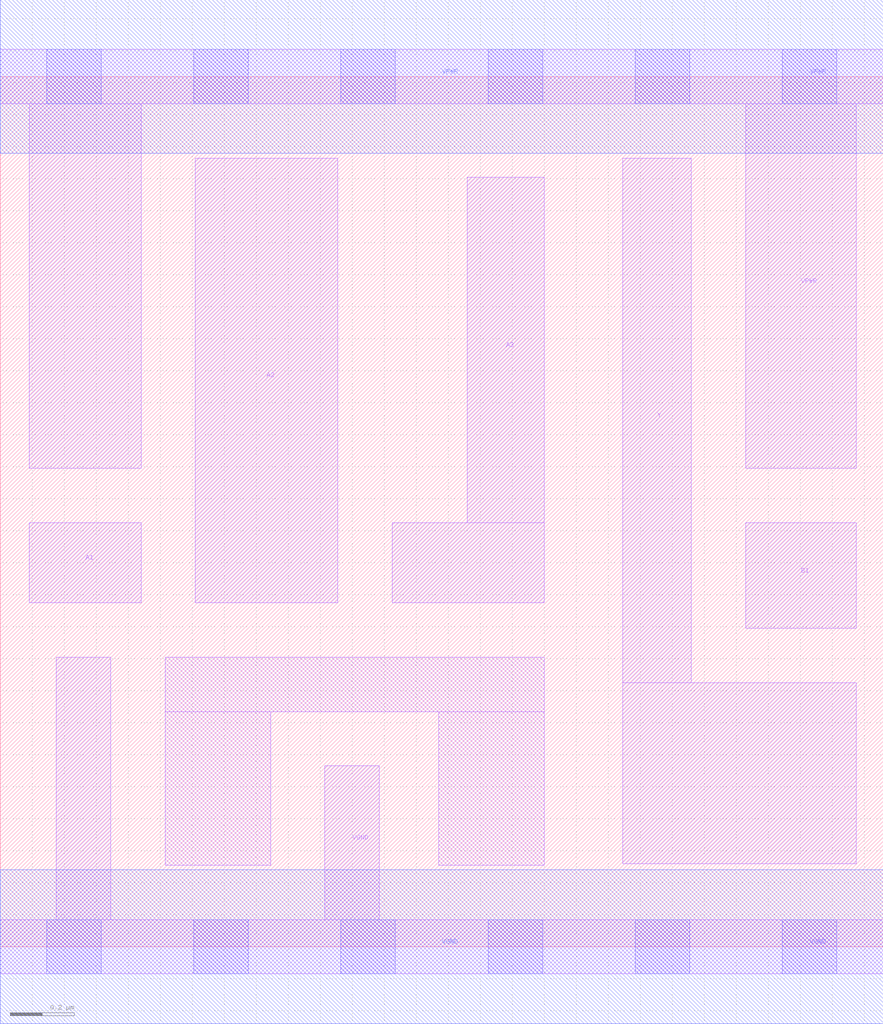
<source format=lef>
# Copyright 2020 The SkyWater PDK Authors
#
# Licensed under the Apache License, Version 2.0 (the "License");
# you may not use this file except in compliance with the License.
# You may obtain a copy of the License at
#
#     https://www.apache.org/licenses/LICENSE-2.0
#
# Unless required by applicable law or agreed to in writing, software
# distributed under the License is distributed on an "AS IS" BASIS,
# WITHOUT WARRANTIES OR CONDITIONS OF ANY KIND, either express or implied.
# See the License for the specific language governing permissions and
# limitations under the License.
#
# SPDX-License-Identifier: Apache-2.0

VERSION 5.7 ;
  NAMESCASESENSITIVE ON ;
  NOWIREEXTENSIONATPIN ON ;
  DIVIDERCHAR "/" ;
  BUSBITCHARS "[]" ;
UNITS
  DATABASE MICRONS 200 ;
END UNITS
MACRO sky130_fd_sc_hd__o31ai_1
  CLASS CORE ;
  SOURCE USER ;
  FOREIGN sky130_fd_sc_hd__o31ai_1 ;
  ORIGIN  0.000000  0.000000 ;
  SIZE  2.760000 BY  2.720000 ;
  SYMMETRY X Y R90 ;
  SITE unithd ;
  PIN A1
    ANTENNAGATEAREA  0.247500 ;
    DIRECTION INPUT ;
    USE SIGNAL ;
    PORT
      LAYER li1 ;
        RECT 0.090000 1.075000 0.440000 1.325000 ;
    END
  END A1
  PIN A2
    ANTENNAGATEAREA  0.247500 ;
    DIRECTION INPUT ;
    USE SIGNAL ;
    PORT
      LAYER li1 ;
        RECT 0.610000 1.075000 1.055000 2.465000 ;
    END
  END A2
  PIN A3
    ANTENNAGATEAREA  0.247500 ;
    DIRECTION INPUT ;
    USE SIGNAL ;
    PORT
      LAYER li1 ;
        RECT 1.225000 1.075000 1.700000 1.325000 ;
        RECT 1.460000 1.325000 1.700000 2.405000 ;
    END
  END A3
  PIN B1
    ANTENNAGATEAREA  0.247500 ;
    DIRECTION INPUT ;
    USE SIGNAL ;
    PORT
      LAYER li1 ;
        RECT 2.330000 0.995000 2.675000 1.325000 ;
    END
  END B1
  PIN Y
    ANTENNADIFFAREA  1.006000 ;
    DIRECTION OUTPUT ;
    USE SIGNAL ;
    PORT
      LAYER li1 ;
        RECT 1.945000 0.260000 2.675000 0.825000 ;
        RECT 1.945000 0.825000 2.160000 2.465000 ;
    END
  END Y
  PIN VGND
    DIRECTION INOUT ;
    SHAPE ABUTMENT ;
    USE GROUND ;
    PORT
      LAYER li1 ;
        RECT 0.000000 -0.085000 2.760000 0.085000 ;
        RECT 0.175000  0.085000 0.345000 0.905000 ;
        RECT 1.015000  0.085000 1.185000 0.565000 ;
      LAYER mcon ;
        RECT 0.145000 -0.085000 0.315000 0.085000 ;
        RECT 0.605000 -0.085000 0.775000 0.085000 ;
        RECT 1.065000 -0.085000 1.235000 0.085000 ;
        RECT 1.525000 -0.085000 1.695000 0.085000 ;
        RECT 1.985000 -0.085000 2.155000 0.085000 ;
        RECT 2.445000 -0.085000 2.615000 0.085000 ;
      LAYER met1 ;
        RECT 0.000000 -0.240000 2.760000 0.240000 ;
    END
  END VGND
  PIN VPWR
    DIRECTION INOUT ;
    SHAPE ABUTMENT ;
    USE POWER ;
    PORT
      LAYER li1 ;
        RECT 0.000000 2.635000 2.760000 2.805000 ;
        RECT 0.090000 1.495000 0.440000 2.635000 ;
        RECT 2.330000 1.495000 2.675000 2.635000 ;
      LAYER mcon ;
        RECT 0.145000 2.635000 0.315000 2.805000 ;
        RECT 0.605000 2.635000 0.775000 2.805000 ;
        RECT 1.065000 2.635000 1.235000 2.805000 ;
        RECT 1.525000 2.635000 1.695000 2.805000 ;
        RECT 1.985000 2.635000 2.155000 2.805000 ;
        RECT 2.445000 2.635000 2.615000 2.805000 ;
      LAYER met1 ;
        RECT 0.000000 2.480000 2.760000 2.960000 ;
    END
  END VPWR
  OBS
    LAYER li1 ;
      RECT 0.515000 0.255000 0.845000 0.735000 ;
      RECT 0.515000 0.735000 1.700000 0.905000 ;
      RECT 1.370000 0.255000 1.700000 0.735000 ;
  END
END sky130_fd_sc_hd__o31ai_1

</source>
